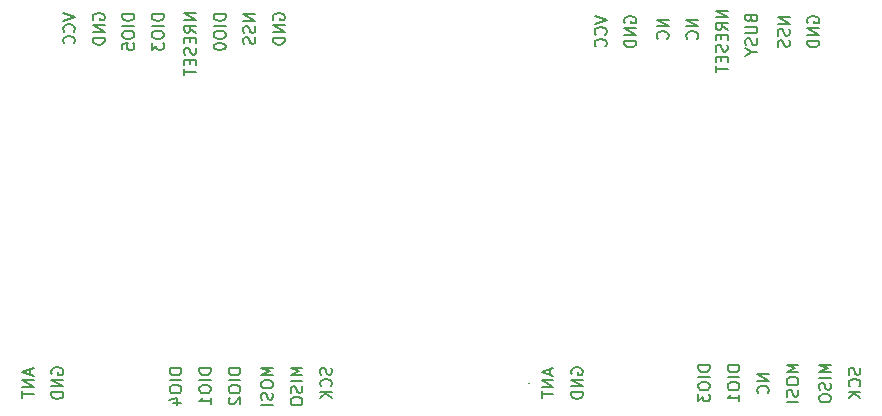
<source format=gbo>
G04 #@! TF.GenerationSoftware,KiCad,Pcbnew,(6.0.1)*
G04 #@! TF.CreationDate,2023-03-29T19:46:05-04:00*
G04 #@! TF.ProjectId,G-NiceRF Breakout Board,472d4e69-6365-4524-9620-427265616b6f,rev?*
G04 #@! TF.SameCoordinates,Original*
G04 #@! TF.FileFunction,Legend,Bot*
G04 #@! TF.FilePolarity,Positive*
%FSLAX46Y46*%
G04 Gerber Fmt 4.6, Leading zero omitted, Abs format (unit mm)*
G04 Created by KiCad (PCBNEW (6.0.1)) date 2023-03-29 19:46:05*
%MOMM*%
%LPD*%
G01*
G04 APERTURE LIST*
%ADD10C,0.150000*%
%ADD11R,1.700000X1.700000*%
%ADD12O,1.700000X1.700000*%
G04 APERTURE END LIST*
D10*
X130891912Y-78500000D02*
G75*
G03*
X130891912Y-78500000I-1J0D01*
G01*
X149678571Y-47642857D02*
X149726190Y-47785714D01*
X149773809Y-47833333D01*
X149869047Y-47880952D01*
X150011904Y-47880952D01*
X150107142Y-47833333D01*
X150154761Y-47785714D01*
X150202380Y-47690476D01*
X150202380Y-47309523D01*
X149202380Y-47309523D01*
X149202380Y-47642857D01*
X149250000Y-47738095D01*
X149297619Y-47785714D01*
X149392857Y-47833333D01*
X149488095Y-47833333D01*
X149583333Y-47785714D01*
X149630952Y-47738095D01*
X149678571Y-47642857D01*
X149678571Y-47309523D01*
X149202380Y-48309523D02*
X150011904Y-48309523D01*
X150107142Y-48357142D01*
X150154761Y-48404761D01*
X150202380Y-48500000D01*
X150202380Y-48690476D01*
X150154761Y-48785714D01*
X150107142Y-48833333D01*
X150011904Y-48880952D01*
X149202380Y-48880952D01*
X150154761Y-49309523D02*
X150202380Y-49452380D01*
X150202380Y-49690476D01*
X150154761Y-49785714D01*
X150107142Y-49833333D01*
X150011904Y-49880952D01*
X149916666Y-49880952D01*
X149821428Y-49833333D01*
X149773809Y-49785714D01*
X149726190Y-49690476D01*
X149678571Y-49500000D01*
X149630952Y-49404761D01*
X149583333Y-49357142D01*
X149488095Y-49309523D01*
X149392857Y-49309523D01*
X149297619Y-49357142D01*
X149250000Y-49404761D01*
X149202380Y-49500000D01*
X149202380Y-49738095D01*
X149250000Y-49880952D01*
X149726190Y-50500000D02*
X150202380Y-50500000D01*
X149202380Y-50166666D02*
X149726190Y-50500000D01*
X149202380Y-50833333D01*
X132666666Y-77357142D02*
X132666666Y-77833333D01*
X132952380Y-77261904D02*
X131952380Y-77595238D01*
X132952380Y-77928571D01*
X132952380Y-78261904D02*
X131952380Y-78261904D01*
X132952380Y-78833333D01*
X131952380Y-78833333D01*
X131952380Y-79166666D02*
X131952380Y-79738095D01*
X132952380Y-79452380D02*
X131952380Y-79452380D01*
X109250000Y-47738095D02*
X109202380Y-47642857D01*
X109202380Y-47500000D01*
X109250000Y-47357142D01*
X109345238Y-47261904D01*
X109440476Y-47214285D01*
X109630952Y-47166666D01*
X109773809Y-47166666D01*
X109964285Y-47214285D01*
X110059523Y-47261904D01*
X110154761Y-47357142D01*
X110202380Y-47500000D01*
X110202380Y-47595238D01*
X110154761Y-47738095D01*
X110107142Y-47785714D01*
X109773809Y-47785714D01*
X109773809Y-47595238D01*
X110202380Y-48214285D02*
X109202380Y-48214285D01*
X110202380Y-48785714D01*
X109202380Y-48785714D01*
X110202380Y-49261904D02*
X109202380Y-49261904D01*
X109202380Y-49500000D01*
X109250000Y-49642857D01*
X109345238Y-49738095D01*
X109440476Y-49785714D01*
X109630952Y-49833333D01*
X109773809Y-49833333D01*
X109964285Y-49785714D01*
X110059523Y-49738095D01*
X110154761Y-49642857D01*
X110202380Y-49500000D01*
X110202380Y-49261904D01*
X152952380Y-47511904D02*
X151952380Y-47511904D01*
X152952380Y-48083333D01*
X151952380Y-48083333D01*
X152904761Y-48511904D02*
X152952380Y-48654761D01*
X152952380Y-48892857D01*
X152904761Y-48988095D01*
X152857142Y-49035714D01*
X152761904Y-49083333D01*
X152666666Y-49083333D01*
X152571428Y-49035714D01*
X152523809Y-48988095D01*
X152476190Y-48892857D01*
X152428571Y-48702380D01*
X152380952Y-48607142D01*
X152333333Y-48559523D01*
X152238095Y-48511904D01*
X152142857Y-48511904D01*
X152047619Y-48559523D01*
X152000000Y-48607142D01*
X151952380Y-48702380D01*
X151952380Y-48940476D01*
X152000000Y-49083333D01*
X152904761Y-49464285D02*
X152952380Y-49607142D01*
X152952380Y-49845238D01*
X152904761Y-49940476D01*
X152857142Y-49988095D01*
X152761904Y-50035714D01*
X152666666Y-50035714D01*
X152571428Y-49988095D01*
X152523809Y-49940476D01*
X152476190Y-49845238D01*
X152428571Y-49654761D01*
X152380952Y-49559523D01*
X152333333Y-49511904D01*
X152238095Y-49464285D01*
X152142857Y-49464285D01*
X152047619Y-49511904D01*
X152000000Y-49559523D01*
X151952380Y-49654761D01*
X151952380Y-49892857D01*
X152000000Y-50035714D01*
X107702380Y-47261904D02*
X106702380Y-47261904D01*
X107702380Y-47833333D01*
X106702380Y-47833333D01*
X107654761Y-48261904D02*
X107702380Y-48404761D01*
X107702380Y-48642857D01*
X107654761Y-48738095D01*
X107607142Y-48785714D01*
X107511904Y-48833333D01*
X107416666Y-48833333D01*
X107321428Y-48785714D01*
X107273809Y-48738095D01*
X107226190Y-48642857D01*
X107178571Y-48452380D01*
X107130952Y-48357142D01*
X107083333Y-48309523D01*
X106988095Y-48261904D01*
X106892857Y-48261904D01*
X106797619Y-48309523D01*
X106750000Y-48357142D01*
X106702380Y-48452380D01*
X106702380Y-48690476D01*
X106750000Y-48833333D01*
X107654761Y-49214285D02*
X107702380Y-49357142D01*
X107702380Y-49595238D01*
X107654761Y-49690476D01*
X107607142Y-49738095D01*
X107511904Y-49785714D01*
X107416666Y-49785714D01*
X107321428Y-49738095D01*
X107273809Y-49690476D01*
X107226190Y-49595238D01*
X107178571Y-49404761D01*
X107130952Y-49309523D01*
X107083333Y-49261904D01*
X106988095Y-49214285D01*
X106892857Y-49214285D01*
X106797619Y-49261904D01*
X106750000Y-49309523D01*
X106702380Y-49404761D01*
X106702380Y-49642857D01*
X106750000Y-49785714D01*
X103952380Y-77250000D02*
X102952380Y-77250000D01*
X102952380Y-77488095D01*
X103000000Y-77630952D01*
X103095238Y-77726190D01*
X103190476Y-77773809D01*
X103380952Y-77821428D01*
X103523809Y-77821428D01*
X103714285Y-77773809D01*
X103809523Y-77726190D01*
X103904761Y-77630952D01*
X103952380Y-77488095D01*
X103952380Y-77250000D01*
X103952380Y-78250000D02*
X102952380Y-78250000D01*
X102952380Y-78916666D02*
X102952380Y-79107142D01*
X103000000Y-79202380D01*
X103095238Y-79297619D01*
X103285714Y-79345238D01*
X103619047Y-79345238D01*
X103809523Y-79297619D01*
X103904761Y-79202380D01*
X103952380Y-79107142D01*
X103952380Y-78916666D01*
X103904761Y-78821428D01*
X103809523Y-78726190D01*
X103619047Y-78678571D01*
X103285714Y-78678571D01*
X103095238Y-78726190D01*
X103000000Y-78821428D01*
X102952380Y-78916666D01*
X103952380Y-80297619D02*
X103952380Y-79726190D01*
X103952380Y-80011904D02*
X102952380Y-80011904D01*
X103095238Y-79916666D01*
X103190476Y-79821428D01*
X103238095Y-79726190D01*
X151202380Y-77714285D02*
X150202380Y-77714285D01*
X151202380Y-78285714D01*
X150202380Y-78285714D01*
X151107142Y-79333333D02*
X151154761Y-79285714D01*
X151202380Y-79142857D01*
X151202380Y-79047619D01*
X151154761Y-78904761D01*
X151059523Y-78809523D01*
X150964285Y-78761904D01*
X150773809Y-78714285D01*
X150630952Y-78714285D01*
X150440476Y-78761904D01*
X150345238Y-78809523D01*
X150250000Y-78904761D01*
X150202380Y-79047619D01*
X150202380Y-79142857D01*
X150250000Y-79285714D01*
X150297619Y-79333333D01*
X106452380Y-77250000D02*
X105452380Y-77250000D01*
X105452380Y-77488095D01*
X105500000Y-77630952D01*
X105595238Y-77726190D01*
X105690476Y-77773809D01*
X105880952Y-77821428D01*
X106023809Y-77821428D01*
X106214285Y-77773809D01*
X106309523Y-77726190D01*
X106404761Y-77630952D01*
X106452380Y-77488095D01*
X106452380Y-77250000D01*
X106452380Y-78250000D02*
X105452380Y-78250000D01*
X105452380Y-78916666D02*
X105452380Y-79107142D01*
X105500000Y-79202380D01*
X105595238Y-79297619D01*
X105785714Y-79345238D01*
X106119047Y-79345238D01*
X106309523Y-79297619D01*
X106404761Y-79202380D01*
X106452380Y-79107142D01*
X106452380Y-78916666D01*
X106404761Y-78821428D01*
X106309523Y-78726190D01*
X106119047Y-78678571D01*
X105785714Y-78678571D01*
X105595238Y-78726190D01*
X105500000Y-78821428D01*
X105452380Y-78916666D01*
X105547619Y-79726190D02*
X105500000Y-79773809D01*
X105452380Y-79869047D01*
X105452380Y-80107142D01*
X105500000Y-80202380D01*
X105547619Y-80250000D01*
X105642857Y-80297619D01*
X105738095Y-80297619D01*
X105880952Y-80250000D01*
X106452380Y-79678571D01*
X106452380Y-80297619D01*
X136452380Y-47416666D02*
X137452380Y-47750000D01*
X136452380Y-48083333D01*
X137357142Y-48988095D02*
X137404761Y-48940476D01*
X137452380Y-48797619D01*
X137452380Y-48702380D01*
X137404761Y-48559523D01*
X137309523Y-48464285D01*
X137214285Y-48416666D01*
X137023809Y-48369047D01*
X136880952Y-48369047D01*
X136690476Y-48416666D01*
X136595238Y-48464285D01*
X136500000Y-48559523D01*
X136452380Y-48702380D01*
X136452380Y-48797619D01*
X136500000Y-48940476D01*
X136547619Y-48988095D01*
X137357142Y-49988095D02*
X137404761Y-49940476D01*
X137452380Y-49797619D01*
X137452380Y-49702380D01*
X137404761Y-49559523D01*
X137309523Y-49464285D01*
X137214285Y-49416666D01*
X137023809Y-49369047D01*
X136880952Y-49369047D01*
X136690476Y-49416666D01*
X136595238Y-49464285D01*
X136500000Y-49559523D01*
X136452380Y-49702380D01*
X136452380Y-49797619D01*
X136500000Y-49940476D01*
X136547619Y-49988095D01*
X105202380Y-47250000D02*
X104202380Y-47250000D01*
X104202380Y-47488095D01*
X104250000Y-47630952D01*
X104345238Y-47726190D01*
X104440476Y-47773809D01*
X104630952Y-47821428D01*
X104773809Y-47821428D01*
X104964285Y-47773809D01*
X105059523Y-47726190D01*
X105154761Y-47630952D01*
X105202380Y-47488095D01*
X105202380Y-47250000D01*
X105202380Y-48250000D02*
X104202380Y-48250000D01*
X104202380Y-48916666D02*
X104202380Y-49107142D01*
X104250000Y-49202380D01*
X104345238Y-49297619D01*
X104535714Y-49345238D01*
X104869047Y-49345238D01*
X105059523Y-49297619D01*
X105154761Y-49202380D01*
X105202380Y-49107142D01*
X105202380Y-48916666D01*
X105154761Y-48821428D01*
X105059523Y-48726190D01*
X104869047Y-48678571D01*
X104535714Y-48678571D01*
X104345238Y-48726190D01*
X104250000Y-48821428D01*
X104202380Y-48916666D01*
X104202380Y-49964285D02*
X104202380Y-50059523D01*
X104250000Y-50154761D01*
X104297619Y-50202380D01*
X104392857Y-50250000D01*
X104583333Y-50297619D01*
X104821428Y-50297619D01*
X105011904Y-50250000D01*
X105107142Y-50202380D01*
X105154761Y-50154761D01*
X105202380Y-50059523D01*
X105202380Y-49964285D01*
X105154761Y-49869047D01*
X105107142Y-49821428D01*
X105011904Y-49773809D01*
X104821428Y-49726190D01*
X104583333Y-49726190D01*
X104392857Y-49773809D01*
X104297619Y-49821428D01*
X104250000Y-49869047D01*
X104202380Y-49964285D01*
X142702380Y-47714285D02*
X141702380Y-47714285D01*
X142702380Y-48285714D01*
X141702380Y-48285714D01*
X142607142Y-49333333D02*
X142654761Y-49285714D01*
X142702380Y-49142857D01*
X142702380Y-49047619D01*
X142654761Y-48904761D01*
X142559523Y-48809523D01*
X142464285Y-48761904D01*
X142273809Y-48714285D01*
X142130952Y-48714285D01*
X141940476Y-48761904D01*
X141845238Y-48809523D01*
X141750000Y-48904761D01*
X141702380Y-49047619D01*
X141702380Y-49142857D01*
X141750000Y-49285714D01*
X141797619Y-49333333D01*
X97452380Y-47250000D02*
X96452380Y-47250000D01*
X96452380Y-47488095D01*
X96500000Y-47630952D01*
X96595238Y-47726190D01*
X96690476Y-47773809D01*
X96880952Y-47821428D01*
X97023809Y-47821428D01*
X97214285Y-47773809D01*
X97309523Y-47726190D01*
X97404761Y-47630952D01*
X97452380Y-47488095D01*
X97452380Y-47250000D01*
X97452380Y-48250000D02*
X96452380Y-48250000D01*
X96452380Y-48916666D02*
X96452380Y-49107142D01*
X96500000Y-49202380D01*
X96595238Y-49297619D01*
X96785714Y-49345238D01*
X97119047Y-49345238D01*
X97309523Y-49297619D01*
X97404761Y-49202380D01*
X97452380Y-49107142D01*
X97452380Y-48916666D01*
X97404761Y-48821428D01*
X97309523Y-48726190D01*
X97119047Y-48678571D01*
X96785714Y-48678571D01*
X96595238Y-48726190D01*
X96500000Y-48821428D01*
X96452380Y-48916666D01*
X96452380Y-50250000D02*
X96452380Y-49773809D01*
X96928571Y-49726190D01*
X96880952Y-49773809D01*
X96833333Y-49869047D01*
X96833333Y-50107142D01*
X96880952Y-50202380D01*
X96928571Y-50250000D01*
X97023809Y-50297619D01*
X97261904Y-50297619D01*
X97357142Y-50250000D01*
X97404761Y-50202380D01*
X97452380Y-50107142D01*
X97452380Y-49869047D01*
X97404761Y-49773809D01*
X97357142Y-49726190D01*
X111702380Y-77178571D02*
X110702380Y-77178571D01*
X111416666Y-77511904D01*
X110702380Y-77845238D01*
X111702380Y-77845238D01*
X111702380Y-78321428D02*
X110702380Y-78321428D01*
X111654761Y-78750000D02*
X111702380Y-78892857D01*
X111702380Y-79130952D01*
X111654761Y-79226190D01*
X111607142Y-79273809D01*
X111511904Y-79321428D01*
X111416666Y-79321428D01*
X111321428Y-79273809D01*
X111273809Y-79226190D01*
X111226190Y-79130952D01*
X111178571Y-78940476D01*
X111130952Y-78845238D01*
X111083333Y-78797619D01*
X110988095Y-78750000D01*
X110892857Y-78750000D01*
X110797619Y-78797619D01*
X110750000Y-78845238D01*
X110702380Y-78940476D01*
X110702380Y-79178571D01*
X110750000Y-79321428D01*
X110702380Y-79940476D02*
X110702380Y-80130952D01*
X110750000Y-80226190D01*
X110845238Y-80321428D01*
X111035714Y-80369047D01*
X111369047Y-80369047D01*
X111559523Y-80321428D01*
X111654761Y-80226190D01*
X111702380Y-80130952D01*
X111702380Y-79940476D01*
X111654761Y-79845238D01*
X111559523Y-79750000D01*
X111369047Y-79702380D01*
X111035714Y-79702380D01*
X110845238Y-79750000D01*
X110750000Y-79845238D01*
X110702380Y-79940476D01*
X109202380Y-77178571D02*
X108202380Y-77178571D01*
X108916666Y-77511904D01*
X108202380Y-77845238D01*
X109202380Y-77845238D01*
X108202380Y-78511904D02*
X108202380Y-78702380D01*
X108250000Y-78797619D01*
X108345238Y-78892857D01*
X108535714Y-78940476D01*
X108869047Y-78940476D01*
X109059523Y-78892857D01*
X109154761Y-78797619D01*
X109202380Y-78702380D01*
X109202380Y-78511904D01*
X109154761Y-78416666D01*
X109059523Y-78321428D01*
X108869047Y-78273809D01*
X108535714Y-78273809D01*
X108345238Y-78321428D01*
X108250000Y-78416666D01*
X108202380Y-78511904D01*
X109154761Y-79321428D02*
X109202380Y-79464285D01*
X109202380Y-79702380D01*
X109154761Y-79797619D01*
X109107142Y-79845238D01*
X109011904Y-79892857D01*
X108916666Y-79892857D01*
X108821428Y-79845238D01*
X108773809Y-79797619D01*
X108726190Y-79702380D01*
X108678571Y-79511904D01*
X108630952Y-79416666D01*
X108583333Y-79369047D01*
X108488095Y-79321428D01*
X108392857Y-79321428D01*
X108297619Y-79369047D01*
X108250000Y-79416666D01*
X108202380Y-79511904D01*
X108202380Y-79750000D01*
X108250000Y-79892857D01*
X109202380Y-80321428D02*
X108202380Y-80321428D01*
X134500000Y-77738095D02*
X134452380Y-77642857D01*
X134452380Y-77500000D01*
X134500000Y-77357142D01*
X134595238Y-77261904D01*
X134690476Y-77214285D01*
X134880952Y-77166666D01*
X135023809Y-77166666D01*
X135214285Y-77214285D01*
X135309523Y-77261904D01*
X135404761Y-77357142D01*
X135452380Y-77500000D01*
X135452380Y-77595238D01*
X135404761Y-77738095D01*
X135357142Y-77785714D01*
X135023809Y-77785714D01*
X135023809Y-77595238D01*
X135452380Y-78214285D02*
X134452380Y-78214285D01*
X135452380Y-78785714D01*
X134452380Y-78785714D01*
X135452380Y-79261904D02*
X134452380Y-79261904D01*
X134452380Y-79500000D01*
X134500000Y-79642857D01*
X134595238Y-79738095D01*
X134690476Y-79785714D01*
X134880952Y-79833333D01*
X135023809Y-79833333D01*
X135214285Y-79785714D01*
X135309523Y-79738095D01*
X135404761Y-79642857D01*
X135452380Y-79500000D01*
X135452380Y-79261904D01*
X146202380Y-77000000D02*
X145202380Y-77000000D01*
X145202380Y-77238095D01*
X145250000Y-77380952D01*
X145345238Y-77476190D01*
X145440476Y-77523809D01*
X145630952Y-77571428D01*
X145773809Y-77571428D01*
X145964285Y-77523809D01*
X146059523Y-77476190D01*
X146154761Y-77380952D01*
X146202380Y-77238095D01*
X146202380Y-77000000D01*
X146202380Y-78000000D02*
X145202380Y-78000000D01*
X145202380Y-78666666D02*
X145202380Y-78857142D01*
X145250000Y-78952380D01*
X145345238Y-79047619D01*
X145535714Y-79095238D01*
X145869047Y-79095238D01*
X146059523Y-79047619D01*
X146154761Y-78952380D01*
X146202380Y-78857142D01*
X146202380Y-78666666D01*
X146154761Y-78571428D01*
X146059523Y-78476190D01*
X145869047Y-78428571D01*
X145535714Y-78428571D01*
X145345238Y-78476190D01*
X145250000Y-78571428D01*
X145202380Y-78666666D01*
X145202380Y-79428571D02*
X145202380Y-80047619D01*
X145583333Y-79714285D01*
X145583333Y-79857142D01*
X145630952Y-79952380D01*
X145678571Y-80000000D01*
X145773809Y-80047619D01*
X146011904Y-80047619D01*
X146107142Y-80000000D01*
X146154761Y-79952380D01*
X146202380Y-79857142D01*
X146202380Y-79571428D01*
X146154761Y-79476190D01*
X146107142Y-79428571D01*
X145202380Y-47714285D02*
X144202380Y-47714285D01*
X145202380Y-48285714D01*
X144202380Y-48285714D01*
X145107142Y-49333333D02*
X145154761Y-49285714D01*
X145202380Y-49142857D01*
X145202380Y-49047619D01*
X145154761Y-48904761D01*
X145059523Y-48809523D01*
X144964285Y-48761904D01*
X144773809Y-48714285D01*
X144630952Y-48714285D01*
X144440476Y-48761904D01*
X144345238Y-48809523D01*
X144250000Y-48904761D01*
X144202380Y-49047619D01*
X144202380Y-49142857D01*
X144250000Y-49285714D01*
X144297619Y-49333333D01*
X148702380Y-77000000D02*
X147702380Y-77000000D01*
X147702380Y-77238095D01*
X147750000Y-77380952D01*
X147845238Y-77476190D01*
X147940476Y-77523809D01*
X148130952Y-77571428D01*
X148273809Y-77571428D01*
X148464285Y-77523809D01*
X148559523Y-77476190D01*
X148654761Y-77380952D01*
X148702380Y-77238095D01*
X148702380Y-77000000D01*
X148702380Y-78000000D02*
X147702380Y-78000000D01*
X147702380Y-78666666D02*
X147702380Y-78857142D01*
X147750000Y-78952380D01*
X147845238Y-79047619D01*
X148035714Y-79095238D01*
X148369047Y-79095238D01*
X148559523Y-79047619D01*
X148654761Y-78952380D01*
X148702380Y-78857142D01*
X148702380Y-78666666D01*
X148654761Y-78571428D01*
X148559523Y-78476190D01*
X148369047Y-78428571D01*
X148035714Y-78428571D01*
X147845238Y-78476190D01*
X147750000Y-78571428D01*
X147702380Y-78666666D01*
X148702380Y-80047619D02*
X148702380Y-79476190D01*
X148702380Y-79761904D02*
X147702380Y-79761904D01*
X147845238Y-79666666D01*
X147940476Y-79571428D01*
X147988095Y-79476190D01*
X99952380Y-47250000D02*
X98952380Y-47250000D01*
X98952380Y-47488095D01*
X99000000Y-47630952D01*
X99095238Y-47726190D01*
X99190476Y-47773809D01*
X99380952Y-47821428D01*
X99523809Y-47821428D01*
X99714285Y-47773809D01*
X99809523Y-47726190D01*
X99904761Y-47630952D01*
X99952380Y-47488095D01*
X99952380Y-47250000D01*
X99952380Y-48250000D02*
X98952380Y-48250000D01*
X98952380Y-48916666D02*
X98952380Y-49107142D01*
X99000000Y-49202380D01*
X99095238Y-49297619D01*
X99285714Y-49345238D01*
X99619047Y-49345238D01*
X99809523Y-49297619D01*
X99904761Y-49202380D01*
X99952380Y-49107142D01*
X99952380Y-48916666D01*
X99904761Y-48821428D01*
X99809523Y-48726190D01*
X99619047Y-48678571D01*
X99285714Y-48678571D01*
X99095238Y-48726190D01*
X99000000Y-48821428D01*
X98952380Y-48916666D01*
X98952380Y-49678571D02*
X98952380Y-50297619D01*
X99333333Y-49964285D01*
X99333333Y-50107142D01*
X99380952Y-50202380D01*
X99428571Y-50250000D01*
X99523809Y-50297619D01*
X99761904Y-50297619D01*
X99857142Y-50250000D01*
X99904761Y-50202380D01*
X99952380Y-50107142D01*
X99952380Y-49821428D01*
X99904761Y-49726190D01*
X99857142Y-49678571D01*
X90500000Y-77738095D02*
X90452380Y-77642857D01*
X90452380Y-77500000D01*
X90500000Y-77357142D01*
X90595238Y-77261904D01*
X90690476Y-77214285D01*
X90880952Y-77166666D01*
X91023809Y-77166666D01*
X91214285Y-77214285D01*
X91309523Y-77261904D01*
X91404761Y-77357142D01*
X91452380Y-77500000D01*
X91452380Y-77595238D01*
X91404761Y-77738095D01*
X91357142Y-77785714D01*
X91023809Y-77785714D01*
X91023809Y-77595238D01*
X91452380Y-78214285D02*
X90452380Y-78214285D01*
X91452380Y-78785714D01*
X90452380Y-78785714D01*
X91452380Y-79261904D02*
X90452380Y-79261904D01*
X90452380Y-79500000D01*
X90500000Y-79642857D01*
X90595238Y-79738095D01*
X90690476Y-79785714D01*
X90880952Y-79833333D01*
X91023809Y-79833333D01*
X91214285Y-79785714D01*
X91309523Y-79738095D01*
X91404761Y-79642857D01*
X91452380Y-79500000D01*
X91452380Y-79261904D01*
X147702380Y-46952380D02*
X146702380Y-46952380D01*
X147702380Y-47523809D01*
X146702380Y-47523809D01*
X147702380Y-48571428D02*
X147226190Y-48238095D01*
X147702380Y-48000000D02*
X146702380Y-48000000D01*
X146702380Y-48380952D01*
X146750000Y-48476190D01*
X146797619Y-48523809D01*
X146892857Y-48571428D01*
X147035714Y-48571428D01*
X147130952Y-48523809D01*
X147178571Y-48476190D01*
X147226190Y-48380952D01*
X147226190Y-48000000D01*
X147178571Y-49000000D02*
X147178571Y-49333333D01*
X147702380Y-49476190D02*
X147702380Y-49000000D01*
X146702380Y-49000000D01*
X146702380Y-49476190D01*
X147654761Y-49857142D02*
X147702380Y-50000000D01*
X147702380Y-50238095D01*
X147654761Y-50333333D01*
X147607142Y-50380952D01*
X147511904Y-50428571D01*
X147416666Y-50428571D01*
X147321428Y-50380952D01*
X147273809Y-50333333D01*
X147226190Y-50238095D01*
X147178571Y-50047619D01*
X147130952Y-49952380D01*
X147083333Y-49904761D01*
X146988095Y-49857142D01*
X146892857Y-49857142D01*
X146797619Y-49904761D01*
X146750000Y-49952380D01*
X146702380Y-50047619D01*
X146702380Y-50285714D01*
X146750000Y-50428571D01*
X147178571Y-50857142D02*
X147178571Y-51190476D01*
X147702380Y-51333333D02*
X147702380Y-50857142D01*
X146702380Y-50857142D01*
X146702380Y-51333333D01*
X146702380Y-51619047D02*
X146702380Y-52190476D01*
X147702380Y-51904761D02*
X146702380Y-51904761D01*
X154500000Y-47988095D02*
X154452380Y-47892857D01*
X154452380Y-47750000D01*
X154500000Y-47607142D01*
X154595238Y-47511904D01*
X154690476Y-47464285D01*
X154880952Y-47416666D01*
X155023809Y-47416666D01*
X155214285Y-47464285D01*
X155309523Y-47511904D01*
X155404761Y-47607142D01*
X155452380Y-47750000D01*
X155452380Y-47845238D01*
X155404761Y-47988095D01*
X155357142Y-48035714D01*
X155023809Y-48035714D01*
X155023809Y-47845238D01*
X155452380Y-48464285D02*
X154452380Y-48464285D01*
X155452380Y-49035714D01*
X154452380Y-49035714D01*
X155452380Y-49511904D02*
X154452380Y-49511904D01*
X154452380Y-49750000D01*
X154500000Y-49892857D01*
X154595238Y-49988095D01*
X154690476Y-50035714D01*
X154880952Y-50083333D01*
X155023809Y-50083333D01*
X155214285Y-50035714D01*
X155309523Y-49988095D01*
X155404761Y-49892857D01*
X155452380Y-49750000D01*
X155452380Y-49511904D01*
X156452380Y-76928571D02*
X155452380Y-76928571D01*
X156166666Y-77261904D01*
X155452380Y-77595238D01*
X156452380Y-77595238D01*
X156452380Y-78071428D02*
X155452380Y-78071428D01*
X156404761Y-78500000D02*
X156452380Y-78642857D01*
X156452380Y-78880952D01*
X156404761Y-78976190D01*
X156357142Y-79023809D01*
X156261904Y-79071428D01*
X156166666Y-79071428D01*
X156071428Y-79023809D01*
X156023809Y-78976190D01*
X155976190Y-78880952D01*
X155928571Y-78690476D01*
X155880952Y-78595238D01*
X155833333Y-78547619D01*
X155738095Y-78500000D01*
X155642857Y-78500000D01*
X155547619Y-78547619D01*
X155500000Y-78595238D01*
X155452380Y-78690476D01*
X155452380Y-78928571D01*
X155500000Y-79071428D01*
X155452380Y-79690476D02*
X155452380Y-79880952D01*
X155500000Y-79976190D01*
X155595238Y-80071428D01*
X155785714Y-80119047D01*
X156119047Y-80119047D01*
X156309523Y-80071428D01*
X156404761Y-79976190D01*
X156452380Y-79880952D01*
X156452380Y-79690476D01*
X156404761Y-79595238D01*
X156309523Y-79500000D01*
X156119047Y-79452380D01*
X155785714Y-79452380D01*
X155595238Y-79500000D01*
X155500000Y-79595238D01*
X155452380Y-79690476D01*
X139000000Y-47988095D02*
X138952380Y-47892857D01*
X138952380Y-47750000D01*
X139000000Y-47607142D01*
X139095238Y-47511904D01*
X139190476Y-47464285D01*
X139380952Y-47416666D01*
X139523809Y-47416666D01*
X139714285Y-47464285D01*
X139809523Y-47511904D01*
X139904761Y-47607142D01*
X139952380Y-47750000D01*
X139952380Y-47845238D01*
X139904761Y-47988095D01*
X139857142Y-48035714D01*
X139523809Y-48035714D01*
X139523809Y-47845238D01*
X139952380Y-48464285D02*
X138952380Y-48464285D01*
X139952380Y-49035714D01*
X138952380Y-49035714D01*
X139952380Y-49511904D02*
X138952380Y-49511904D01*
X138952380Y-49750000D01*
X139000000Y-49892857D01*
X139095238Y-49988095D01*
X139190476Y-50035714D01*
X139380952Y-50083333D01*
X139523809Y-50083333D01*
X139714285Y-50035714D01*
X139809523Y-49988095D01*
X139904761Y-49892857D01*
X139952380Y-49750000D01*
X139952380Y-49511904D01*
X153702380Y-76928571D02*
X152702380Y-76928571D01*
X153416666Y-77261904D01*
X152702380Y-77595238D01*
X153702380Y-77595238D01*
X152702380Y-78261904D02*
X152702380Y-78452380D01*
X152750000Y-78547619D01*
X152845238Y-78642857D01*
X153035714Y-78690476D01*
X153369047Y-78690476D01*
X153559523Y-78642857D01*
X153654761Y-78547619D01*
X153702380Y-78452380D01*
X153702380Y-78261904D01*
X153654761Y-78166666D01*
X153559523Y-78071428D01*
X153369047Y-78023809D01*
X153035714Y-78023809D01*
X152845238Y-78071428D01*
X152750000Y-78166666D01*
X152702380Y-78261904D01*
X153654761Y-79071428D02*
X153702380Y-79214285D01*
X153702380Y-79452380D01*
X153654761Y-79547619D01*
X153607142Y-79595238D01*
X153511904Y-79642857D01*
X153416666Y-79642857D01*
X153321428Y-79595238D01*
X153273809Y-79547619D01*
X153226190Y-79452380D01*
X153178571Y-79261904D01*
X153130952Y-79166666D01*
X153083333Y-79119047D01*
X152988095Y-79071428D01*
X152892857Y-79071428D01*
X152797619Y-79119047D01*
X152750000Y-79166666D01*
X152702380Y-79261904D01*
X152702380Y-79500000D01*
X152750000Y-79642857D01*
X153702380Y-80071428D02*
X152702380Y-80071428D01*
X101452380Y-77250000D02*
X100452380Y-77250000D01*
X100452380Y-77488095D01*
X100500000Y-77630952D01*
X100595238Y-77726190D01*
X100690476Y-77773809D01*
X100880952Y-77821428D01*
X101023809Y-77821428D01*
X101214285Y-77773809D01*
X101309523Y-77726190D01*
X101404761Y-77630952D01*
X101452380Y-77488095D01*
X101452380Y-77250000D01*
X101452380Y-78250000D02*
X100452380Y-78250000D01*
X100452380Y-78916666D02*
X100452380Y-79107142D01*
X100500000Y-79202380D01*
X100595238Y-79297619D01*
X100785714Y-79345238D01*
X101119047Y-79345238D01*
X101309523Y-79297619D01*
X101404761Y-79202380D01*
X101452380Y-79107142D01*
X101452380Y-78916666D01*
X101404761Y-78821428D01*
X101309523Y-78726190D01*
X101119047Y-78678571D01*
X100785714Y-78678571D01*
X100595238Y-78726190D01*
X100500000Y-78821428D01*
X100452380Y-78916666D01*
X100785714Y-80202380D02*
X101452380Y-80202380D01*
X100404761Y-79964285D02*
X101119047Y-79726190D01*
X101119047Y-80345238D01*
X94000000Y-47738095D02*
X93952380Y-47642857D01*
X93952380Y-47500000D01*
X94000000Y-47357142D01*
X94095238Y-47261904D01*
X94190476Y-47214285D01*
X94380952Y-47166666D01*
X94523809Y-47166666D01*
X94714285Y-47214285D01*
X94809523Y-47261904D01*
X94904761Y-47357142D01*
X94952380Y-47500000D01*
X94952380Y-47595238D01*
X94904761Y-47738095D01*
X94857142Y-47785714D01*
X94523809Y-47785714D01*
X94523809Y-47595238D01*
X94952380Y-48214285D02*
X93952380Y-48214285D01*
X94952380Y-48785714D01*
X93952380Y-48785714D01*
X94952380Y-49261904D02*
X93952380Y-49261904D01*
X93952380Y-49500000D01*
X94000000Y-49642857D01*
X94095238Y-49738095D01*
X94190476Y-49785714D01*
X94380952Y-49833333D01*
X94523809Y-49833333D01*
X94714285Y-49785714D01*
X94809523Y-49738095D01*
X94904761Y-49642857D01*
X94952380Y-49500000D01*
X94952380Y-49261904D01*
X91452380Y-47166666D02*
X92452380Y-47500000D01*
X91452380Y-47833333D01*
X92357142Y-48738095D02*
X92404761Y-48690476D01*
X92452380Y-48547619D01*
X92452380Y-48452380D01*
X92404761Y-48309523D01*
X92309523Y-48214285D01*
X92214285Y-48166666D01*
X92023809Y-48119047D01*
X91880952Y-48119047D01*
X91690476Y-48166666D01*
X91595238Y-48214285D01*
X91500000Y-48309523D01*
X91452380Y-48452380D01*
X91452380Y-48547619D01*
X91500000Y-48690476D01*
X91547619Y-48738095D01*
X92357142Y-49738095D02*
X92404761Y-49690476D01*
X92452380Y-49547619D01*
X92452380Y-49452380D01*
X92404761Y-49309523D01*
X92309523Y-49214285D01*
X92214285Y-49166666D01*
X92023809Y-49119047D01*
X91880952Y-49119047D01*
X91690476Y-49166666D01*
X91595238Y-49214285D01*
X91500000Y-49309523D01*
X91452380Y-49452380D01*
X91452380Y-49547619D01*
X91500000Y-49690476D01*
X91547619Y-49738095D01*
X114154761Y-77214285D02*
X114202380Y-77357142D01*
X114202380Y-77595238D01*
X114154761Y-77690476D01*
X114107142Y-77738095D01*
X114011904Y-77785714D01*
X113916666Y-77785714D01*
X113821428Y-77738095D01*
X113773809Y-77690476D01*
X113726190Y-77595238D01*
X113678571Y-77404761D01*
X113630952Y-77309523D01*
X113583333Y-77261904D01*
X113488095Y-77214285D01*
X113392857Y-77214285D01*
X113297619Y-77261904D01*
X113250000Y-77309523D01*
X113202380Y-77404761D01*
X113202380Y-77642857D01*
X113250000Y-77785714D01*
X114107142Y-78785714D02*
X114154761Y-78738095D01*
X114202380Y-78595238D01*
X114202380Y-78500000D01*
X114154761Y-78357142D01*
X114059523Y-78261904D01*
X113964285Y-78214285D01*
X113773809Y-78166666D01*
X113630952Y-78166666D01*
X113440476Y-78214285D01*
X113345238Y-78261904D01*
X113250000Y-78357142D01*
X113202380Y-78500000D01*
X113202380Y-78595238D01*
X113250000Y-78738095D01*
X113297619Y-78785714D01*
X114202380Y-79214285D02*
X113202380Y-79214285D01*
X114202380Y-79785714D02*
X113630952Y-79357142D01*
X113202380Y-79785714D02*
X113773809Y-79214285D01*
X102702380Y-47202380D02*
X101702380Y-47202380D01*
X102702380Y-47773809D01*
X101702380Y-47773809D01*
X102702380Y-48821428D02*
X102226190Y-48488095D01*
X102702380Y-48250000D02*
X101702380Y-48250000D01*
X101702380Y-48630952D01*
X101750000Y-48726190D01*
X101797619Y-48773809D01*
X101892857Y-48821428D01*
X102035714Y-48821428D01*
X102130952Y-48773809D01*
X102178571Y-48726190D01*
X102226190Y-48630952D01*
X102226190Y-48250000D01*
X102178571Y-49250000D02*
X102178571Y-49583333D01*
X102702380Y-49726190D02*
X102702380Y-49250000D01*
X101702380Y-49250000D01*
X101702380Y-49726190D01*
X102654761Y-50107142D02*
X102702380Y-50250000D01*
X102702380Y-50488095D01*
X102654761Y-50583333D01*
X102607142Y-50630952D01*
X102511904Y-50678571D01*
X102416666Y-50678571D01*
X102321428Y-50630952D01*
X102273809Y-50583333D01*
X102226190Y-50488095D01*
X102178571Y-50297619D01*
X102130952Y-50202380D01*
X102083333Y-50154761D01*
X101988095Y-50107142D01*
X101892857Y-50107142D01*
X101797619Y-50154761D01*
X101750000Y-50202380D01*
X101702380Y-50297619D01*
X101702380Y-50535714D01*
X101750000Y-50678571D01*
X102178571Y-51107142D02*
X102178571Y-51440476D01*
X102702380Y-51583333D02*
X102702380Y-51107142D01*
X101702380Y-51107142D01*
X101702380Y-51583333D01*
X101702380Y-51869047D02*
X101702380Y-52440476D01*
X102702380Y-52154761D02*
X101702380Y-52154761D01*
X88666666Y-77357142D02*
X88666666Y-77833333D01*
X88952380Y-77261904D02*
X87952380Y-77595238D01*
X88952380Y-77928571D01*
X88952380Y-78261904D02*
X87952380Y-78261904D01*
X88952380Y-78833333D01*
X87952380Y-78833333D01*
X87952380Y-79166666D02*
X87952380Y-79738095D01*
X88952380Y-79452380D02*
X87952380Y-79452380D01*
X158904761Y-77214285D02*
X158952380Y-77357142D01*
X158952380Y-77595238D01*
X158904761Y-77690476D01*
X158857142Y-77738095D01*
X158761904Y-77785714D01*
X158666666Y-77785714D01*
X158571428Y-77738095D01*
X158523809Y-77690476D01*
X158476190Y-77595238D01*
X158428571Y-77404761D01*
X158380952Y-77309523D01*
X158333333Y-77261904D01*
X158238095Y-77214285D01*
X158142857Y-77214285D01*
X158047619Y-77261904D01*
X158000000Y-77309523D01*
X157952380Y-77404761D01*
X157952380Y-77642857D01*
X158000000Y-77785714D01*
X158857142Y-78785714D02*
X158904761Y-78738095D01*
X158952380Y-78595238D01*
X158952380Y-78500000D01*
X158904761Y-78357142D01*
X158809523Y-78261904D01*
X158714285Y-78214285D01*
X158523809Y-78166666D01*
X158380952Y-78166666D01*
X158190476Y-78214285D01*
X158095238Y-78261904D01*
X158000000Y-78357142D01*
X157952380Y-78500000D01*
X157952380Y-78595238D01*
X158000000Y-78738095D01*
X158047619Y-78785714D01*
X158952380Y-79214285D02*
X157952380Y-79214285D01*
X158952380Y-79785714D02*
X158380952Y-79357142D01*
X157952380Y-79785714D02*
X158523809Y-79214285D01*
%LPC*%
D11*
X137125000Y-45000000D03*
D12*
X139665000Y-45000000D03*
X142205000Y-45000000D03*
X144745000Y-45000000D03*
X147285000Y-45000000D03*
X149825000Y-45000000D03*
X152365000Y-45000000D03*
X154905000Y-45000000D03*
D11*
X145650000Y-82000000D03*
D12*
X148190000Y-82000000D03*
X150730000Y-82000000D03*
X153270000Y-82000000D03*
X155810000Y-82000000D03*
X158350000Y-82000000D03*
D11*
X88500000Y-82000000D03*
D12*
X91040000Y-82000000D03*
D11*
X92000000Y-45000000D03*
D12*
X94540000Y-45000000D03*
X97080000Y-45000000D03*
X99620000Y-45000000D03*
X102160000Y-45000000D03*
X104700000Y-45000000D03*
X107240000Y-45000000D03*
X109780000Y-45000000D03*
D11*
X132500000Y-82000000D03*
D12*
X135040000Y-82000000D03*
D11*
X101000000Y-82000000D03*
D12*
X103540000Y-82000000D03*
X106080000Y-82000000D03*
X108620000Y-82000000D03*
X111160000Y-82000000D03*
X113700000Y-82000000D03*
M02*

</source>
